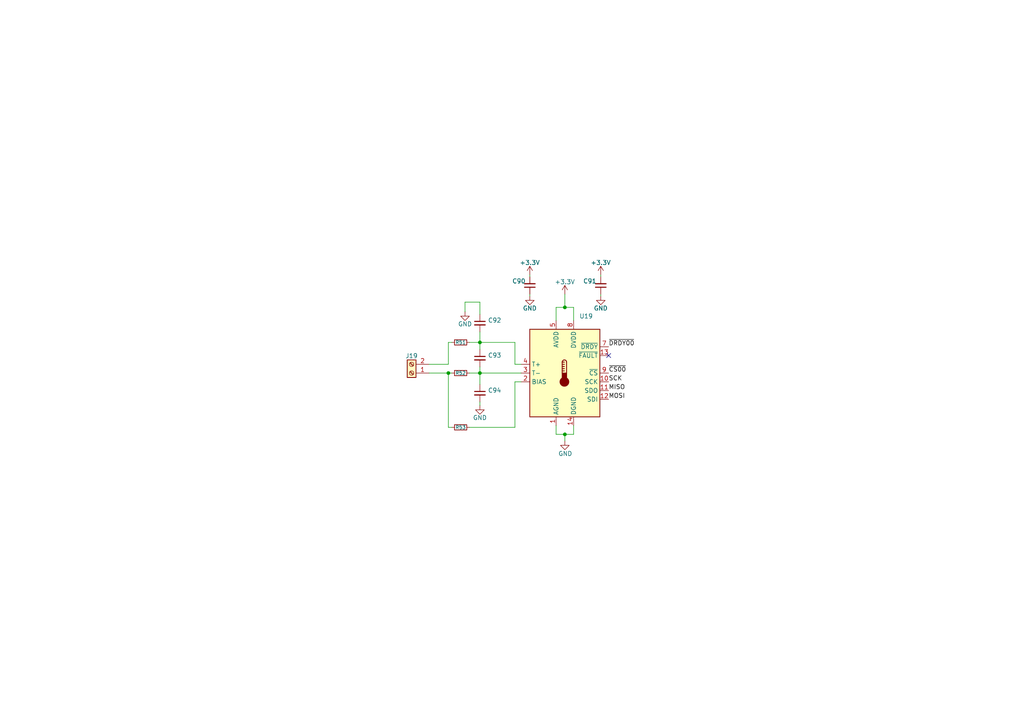
<source format=kicad_sch>
(kicad_sch (version 20211123) (generator eeschema)
  (paper "A4")
  (lib_symbols
    (symbol "Connector:Screw_Terminal_01x02" (pin_names (offset 1.016) hide)
      (property "Reference" "J" (at 0 2.54 0))
      (property "Value" "Screw_Terminal_01x02" (at 0 -5.08 0))
      (symbol "Screw_Terminal_01x02_1_1"
        (rectangle (start -1.27 1.27) (end 1.27 -3.81) (stroke (width 0.254)) (fill (type background)))
        (circle (center 0 -2.54) (radius 0.635) (stroke (width 0.1524)))
        (polyline (pts (xy -0.5334 -2.2098) (xy 0.3302 -3.048)) (stroke (width 0.1524)))
        (polyline (pts (xy -0.5334 0.3302) (xy 0.3302 -0.508)) (stroke (width 0.1524)))
        (polyline (pts (xy -0.3556 -2.032) (xy 0.508 -2.8702)) (stroke (width 0.1524)))
        (polyline (pts (xy -0.3556 0.508) (xy 0.508 -0.3302)) (stroke (width 0.1524)))
        (circle (center 0 0) (radius 0.635) (stroke (width 0.1524)))
        (pin passive line (at -5.08 0 0) (length 3.81) (name "Pin_1") (number "1"))
        (pin passive line (at -5.08 -2.54 0) (length 3.81) (name "Pin_2") (number "2"))
      )
    )
    (symbol "Device:C_Small" (pin_numbers hide) (pin_names (offset 0.254) hide)
      (property "Reference" "C" (at 0.254 1.778 0))
      (property "Value" "C_Small" (at 0.254 -2.032 0))
      (symbol "C_Small_0_1"
        (polyline (pts (xy -1.524 -0.508) (xy 1.524 -0.508)) (stroke (width 0.3302)))
        (polyline (pts (xy -1.524 0.508) (xy 1.524 0.508)) (stroke (width 0.3048)))
      )
      (symbol "C_Small_1_1"
        (pin passive line (at 0 2.54 270) (length 2.032) (name "~") (number "1"))
        (pin passive line (at 0 -2.54 90) (length 2.032) (name "~") (number "2"))
      )
    )
    (symbol "Device:R_Small" (pin_numbers hide) (pin_names (offset 0.254) hide)
      (property "Reference" "R" (at 0.762 0.508 0))
      (property "Value" "R_Small" (at 0.762 -1.016 0))
      (symbol "R_Small_0_1"
        (rectangle (start -0.762 1.778) (end 0.762 -1.778) (stroke (width 0.2032)))
      )
      (symbol "R_Small_1_1"
        (pin passive line (at 0 2.54 270) (length 0.762) (name "~") (number "1"))
        (pin passive line (at 0 -2.54 90) (length 0.762) (name "~") (number "2"))
      )
    )
    (symbol "Sensor_Temperature:MAX31856"
      (property "Reference" "U" (at -7.62 13.97 0))
      (property "Value" "MAX31856" (at 13.97 13.97 0))
      (symbol "MAX31856_0_1"
        (rectangle (start -10.16 12.7) (end 10.16 -12.7) (stroke (width 0.254)) (fill (type background)))
        (circle (center -0.127 -2.54) (radius 1.27) (stroke (width 0.254)) (fill (type outline)))
        (polyline (pts (xy -0.762 0.635) (xy -0.127 0.635)) (stroke (width 0.254)))
        (polyline (pts (xy -0.762 1.27) (xy -0.127 1.27)) (stroke (width 0.254)))
        (polyline (pts (xy -0.762 1.905) (xy -0.127 1.905)) (stroke (width 0.254)))
        (polyline (pts (xy -0.762 2.54) (xy -0.127 2.54)) (stroke (width 0.254)))
        (polyline (pts (xy -0.762 3.175) (xy -0.762 0)) (stroke (width 0.254)))
        (polyline (pts (xy -0.762 3.175) (xy -0.127 3.175)) (stroke (width 0.254)))
        (polyline (pts (xy 0.508 3.175) (xy 0.508 0)) (stroke (width 0.254)))
        (rectangle (start 0.508 -1.905) (end -0.762 0) (stroke (width 0.254)) (fill (type outline)))
        (arc (start 0.508 3.175) (mid -0.127 3.81) (end -0.762 3.175) (stroke (width 0.254)))
      )
      (symbol "MAX31856_1_1"
        (pin power_in line (at -2.54 -15.24 90) (length 2.54) (name "AGND") (number "1"))
        (pin input line (at 12.7 -2.54 180) (length 2.54) (name "SCK") (number "10"))
        (pin output line (at 12.7 -5.08 180) (length 2.54) (name "SDO") (number "11"))
        (pin input line (at 12.7 -7.62 180) (length 2.54) (name "SDI") (number "12"))
        (pin output line (at 12.7 5.08 180) (length 2.54) (name "~{FAULT}") (number "13"))
        (pin power_in line (at 2.54 -15.24 90) (length 2.54) (name "DGND") (number "14"))
        (pin input line (at -12.7 -2.54 0) (length 2.54) (name "BIAS") (number "2"))
        (pin input line (at -12.7 0 0) (length 2.54) (name "T-") (number "3"))
        (pin input line (at -12.7 2.54 0) (length 2.54) (name "T+") (number "4"))
        (pin power_in line (at -2.54 15.24 270) (length 2.54) (name "AVDD") (number "5"))
        (pin no_connect line (at -10.16 -7.62 0) (length 2.54) hide (name "DNC") (number "6"))
        (pin output line (at 12.7 7.62 180) (length 2.54) (name "~{DRDY}") (number "7"))
        (pin power_in line (at 2.54 15.24 270) (length 2.54) (name "DVDD") (number "8"))
        (pin input line (at 12.7 0 180) (length 2.54) (name "~{CS}") (number "9"))
      )
    )
    (symbol "power:+3.3V" (power) (pin_names (offset 0))
      (property "Value" "+3.3V" (at 0 3.556 0))
      (symbol "+3.3V_0_1"
        (polyline (pts (xy -0.762 1.27) (xy 0 2.54)))
        (polyline (pts (xy 0 0) (xy 0 2.54)))
        (polyline (pts (xy 0 2.54) (xy 0.762 1.27)))
      )
      (symbol "+3.3V_1_1"
        (pin power_in line (at 0 0 90) (length 0) hide (name "+3.3V") (number "1"))
      )
    )
    (symbol "power:GND" (power) (pin_names (offset 0))
      (property "Value" "GND" (at 0 -3.81 0))
      (symbol "GND_0_1"
        (polyline (pts (xy 0 0) (xy 0 -1.27) (xy 1.27 -1.27) (xy 0 -2.54) (xy -1.27 -1.27) (xy 0 -1.27)))
      )
      (symbol "GND_1_1"
        (pin power_in line (at 0 0 270) (length 0) hide (name "GND") (number "1"))
      )
    )
  )
  (junction (at 130.048 108.204))
  (junction (at 163.83 125.984))
  (junction (at 139.192 108.204))
  (junction (at 139.192 99.314))
  (junction (at 163.83 89.154))
  (no_connect (at 176.53 103.124))
  (wire (pts (xy 163.83 89.154) (xy 166.37 89.154)))
  (wire (pts (xy 163.83 85.344) (xy 163.83 89.154)))
  (wire (pts (xy 130.048 99.314) (xy 131.064 99.314)))
  (wire (pts (xy 130.048 123.952) (xy 131.064 123.952)))
  (wire (pts (xy 139.192 116.586) (xy 139.192 117.602)))
  (wire (pts (xy 139.192 108.204) (xy 139.192 111.506)))
  (wire (pts (xy 139.192 108.204) (xy 151.13 108.204)))
  (wire (pts (xy 151.13 105.664) (xy 149.352 105.664)))
  (wire (pts (xy 174.244 79.756) (xy 174.244 80.264)))
  (wire (pts (xy 149.352 105.664) (xy 149.352 99.314)))
  (wire (pts (xy 149.352 123.952) (xy 136.144 123.952)))
  (wire (pts (xy 153.67 85.344) (xy 153.67 85.852)))
  (wire (pts (xy 124.46 108.204) (xy 130.048 108.204)))
  (wire (pts (xy 163.83 125.984) (xy 163.83 127.889)))
  (wire (pts (xy 124.46 105.664) (xy 130.048 105.664)))
  (wire (pts (xy 149.352 110.744) (xy 149.352 123.952)))
  (wire (pts (xy 136.144 108.204) (xy 139.192 108.204)))
  (wire (pts (xy 139.192 99.314) (xy 139.192 101.346)))
  (wire (pts (xy 130.048 108.204) (xy 131.064 108.204)))
  (wire (pts (xy 134.874 87.63) (xy 134.874 90.424)))
  (wire (pts (xy 130.048 108.204) (xy 130.048 123.952)))
  (wire (pts (xy 161.29 92.964) (xy 161.29 89.154)))
  (wire (pts (xy 139.192 106.426) (xy 139.192 108.204)))
  (wire (pts (xy 139.192 87.63) (xy 134.874 87.63)))
  (wire (pts (xy 139.192 96.266) (xy 139.192 99.314)))
  (wire (pts (xy 136.144 99.314) (xy 139.192 99.314)))
  (wire (pts (xy 130.048 99.314) (xy 130.048 105.664)))
  (wire (pts (xy 174.244 85.344) (xy 174.244 85.852)))
  (wire (pts (xy 166.37 89.154) (xy 166.37 92.964)))
  (wire (pts (xy 166.37 125.984) (xy 166.37 123.444)))
  (wire (pts (xy 161.29 123.444) (xy 161.29 125.984)))
  (wire (pts (xy 151.13 110.744) (xy 149.352 110.744)))
  (wire (pts (xy 163.83 125.984) (xy 166.37 125.984)))
  (wire (pts (xy 139.192 91.186) (xy 139.192 87.63)))
  (wire (pts (xy 161.29 89.154) (xy 163.83 89.154)))
  (wire (pts (xy 161.29 125.984) (xy 163.83 125.984)))
  (wire (pts (xy 153.67 79.756) (xy 153.67 80.264)))
  (wire (pts (xy 149.352 99.314) (xy 139.192 99.314)))
  (label "~{CS00}" (at 176.53 108.204 0))
  (label "SCK" (at 176.53 110.744 0))
  (label "MISO" (at 176.53 113.284 0))
  (label "MOSI" (at 176.53 115.824 0))
  (label "~{DRDY00}" (at 176.53 100.584 0))
  (symbol (lib_id "Device:C_Small") (at 153.67 82.804 0) (mirror x) (unit 1)
    (property "Reference" "C90" (at 150.495 81.534 0))
  )
  (symbol (lib_id "power:+3.3V") (at 163.83 85.344 0) (unit 1)
    (property "Reference" "#PWR0146" (effects hide))
  )
  (symbol (lib_id "power:GND") (at 174.244 85.852 0) (mirror y) (unit 1)
    (property "Reference" "#PWR0148" (effects hide))
  )
  (symbol (lib_id "Connector:Screw_Terminal_01x02") (at 119.38 108.204 180) (unit 1)
    (property "Reference" "J19" (at 119.38 103.2312 0))
  )
  (symbol (lib_id "Device:R_Small") (at 133.604 123.952 90) (unit 1)
    (property "Reference" "R53" (at 133.604 123.952 90) (effects (font (size 1 1))))
  )
  (symbol (lib_id "Device:C_Small") (at 174.244 82.804 0) (mirror x) (unit 1)
    (property "Reference" "C91" (at 171.069 81.534 0))
  )
  (symbol (lib_id "power:GND") (at 153.67 85.852 0) (mirror y) (unit 1)
    (property "Reference" "#PWR0147" (effects hide))
  )
  (symbol (lib_id "Device:R_Small") (at 133.604 108.204 90) (unit 1)
    (property "Reference" "R52" (at 133.604 108.204 90) (effects (font (size 1 1))))
  )
  (symbol (lib_id "power:GND") (at 134.874 90.424 0) (mirror y) (unit 1)
    (property "Reference" "#PWR0149" (effects hide))
  )
  (symbol (lib_id "Device:C_Small") (at 139.192 93.726 0) (unit 1)
    (property "Reference" "C92" (at 141.5161 92.8976 0) (effects (justify left)))
  )
  (symbol (lib_id "power:GND") (at 139.192 117.602 0) (mirror y) (unit 1)
    (property "Reference" "#PWR0150" (effects hide))
  )
  (symbol (lib_id "Sensor_Temperature:MAX31856") (at 163.83 108.204 0) (unit 1)
    (property "Reference" "U19" (at 168.021 91.6971 0) (effects (justify left)))
    (property "Datasheet" "https://datasheets.maximintegrated.com/en/ds/MAX31856.pdf" (effects hide))
  )
  (symbol (lib_id "Device:C_Small") (at 139.192 114.046 0) (unit 1)
    (property "Reference" "C94" (at 141.5161 113.2176 0) (effects (justify left)))
  )
  (symbol (lib_id "power:+3.3V") (at 174.244 79.756 0) (unit 1)
    (property "Reference" "#PWR0145" (effects hide))
  )
  (symbol (lib_id "Device:R_Small") (at 133.604 99.314 90) (unit 1)
    (property "Reference" "R51" (at 133.604 99.314 90) (effects (font (size 1 1))))
  )
  (symbol (lib_id "Device:C_Small") (at 139.192 103.886 0) (unit 1)
    (property "Reference" "C93" (at 141.5161 103.0576 0) (effects (justify left)))
  )
  (symbol (lib_id "power:GND") (at 163.83 127.889 0) (unit 1)
    (property "Reference" "#PWR0151" (effects hide))
  )
  (symbol (lib_id "power:+3.3V") (at 153.67 79.756 0) (unit 1)
    (property "Reference" "#PWR0144" (effects hide))
  )
)
</source>
